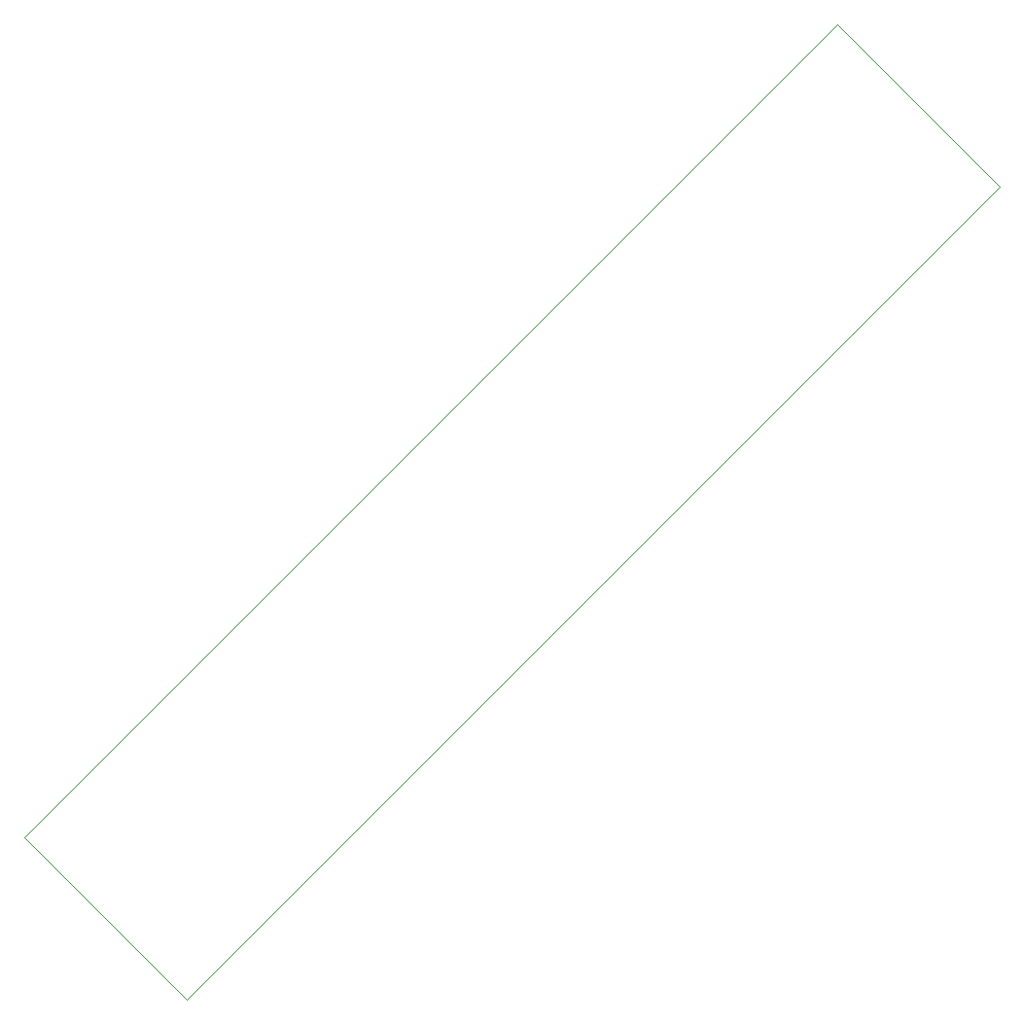
<source format=gbr>
%TF.GenerationSoftware,KiCad,Pcbnew,(5.1.9-16-g1737927814)-1*%
%TF.CreationDate,2021-07-23T22:07:44+02:00*%
%TF.ProjectId,Diffprobe,44696666-7072-46f6-9265-2e6b69636164,rev?*%
%TF.SameCoordinates,Original*%
%TF.FileFunction,Profile,NP*%
%FSLAX46Y46*%
G04 Gerber Fmt 4.6, Leading zero omitted, Abs format (unit mm)*
G04 Created by KiCad (PCBNEW (5.1.9-16-g1737927814)-1) date 2021-07-23 22:07:44*
%MOMM*%
%LPD*%
G01*
G04 APERTURE LIST*
%TA.AperFunction,Profile*%
%ADD10C,0.050000*%
%TD*%
G04 APERTURE END LIST*
D10*
X118170589Y-105305297D02*
X104028453Y-91163161D01*
X188881267Y-34594619D02*
X118170589Y-105305297D01*
X174739131Y-20452483D02*
X188881267Y-34594619D01*
X104028453Y-91163161D02*
X174739131Y-20452483D01*
M02*

</source>
